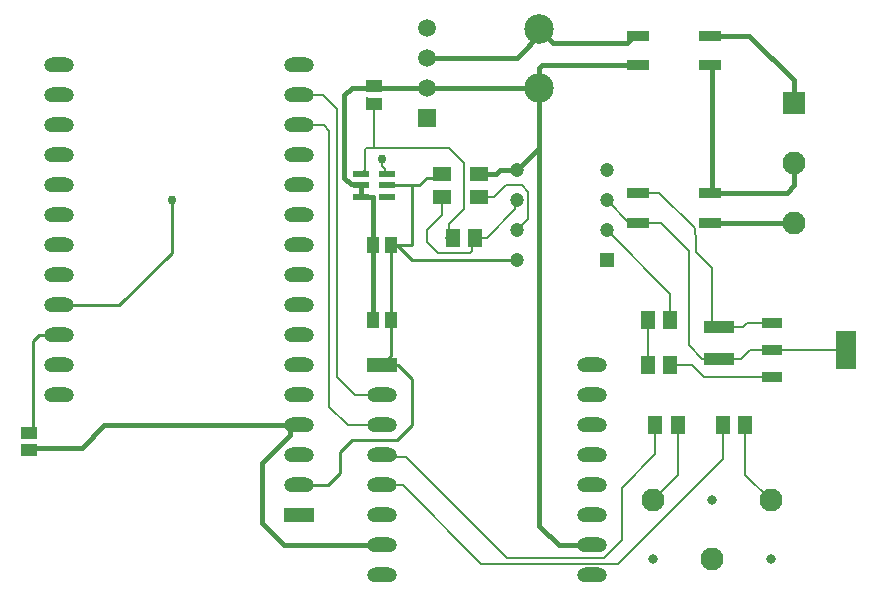
<source format=gtl>
G04*
G04 #@! TF.GenerationSoftware,Altium Limited,Altium Designer,22.5.1 (42)*
G04*
G04 Layer_Physical_Order=1*
G04 Layer_Color=255*
%FSLAX44Y44*%
%MOMM*%
G71*
G04*
G04 #@! TF.SameCoordinates,8346B9DA-9F02-4375-9B92-E9104D78EC3E*
G04*
G04*
G04 #@! TF.FilePolarity,Positive*
G04*
G01*
G75*
%ADD12C,0.2540*%
%ADD14C,0.2032*%
%ADD15R,1.8500X0.9500*%
%ADD16R,2.6000X1.1000*%
%ADD17R,1.1000X1.4000*%
%ADD18R,1.3000X1.5000*%
%ADD19R,1.7500X3.2000*%
%ADD20R,1.7500X0.9500*%
%ADD21R,1.4500X0.5500*%
%ADD22R,1.4500X0.5500*%
%ADD23R,1.4000X1.1000*%
%ADD24R,1.5000X1.3000*%
%ADD46C,0.3810*%
%ADD47C,1.2000*%
%ADD48R,1.2000X1.2000*%
%ADD49C,1.9500*%
%ADD50R,1.9500X1.9500*%
%ADD51C,0.8000*%
%ADD52R,1.5000X1.5000*%
%ADD53C,1.5000*%
%ADD54R,2.5400X1.2700*%
%ADD55O,2.5400X1.2700*%
%ADD56C,2.5000*%
%ADD57C,0.7620*%
D12*
X22352Y147659D02*
Y223520D01*
X95250Y254000D02*
X139700Y298450D01*
X44450Y254000D02*
X95250D01*
X139700Y298450D02*
Y342900D01*
X330200Y304800D02*
X342900Y292100D01*
X325000Y304800D02*
X330200D01*
X342900Y292100D02*
X431800D01*
X330200Y304800D02*
X342900D01*
Y355600D02*
X349250D01*
X342900Y304800D02*
Y355600D01*
X321900D02*
X342900D01*
X292354Y139700D02*
X330200D01*
X342900Y152400D01*
Y191770D01*
X282448Y129794D02*
X292354Y139700D01*
X331470Y203200D02*
X342900Y191770D01*
X325000Y241300D02*
Y304800D01*
X355600Y361950D02*
X361950D01*
X349250Y355600D02*
X355600Y361950D01*
X247650Y101600D02*
X272288D01*
X282448Y111760D01*
Y129794D01*
X317500Y203200D02*
X331470D01*
X325000Y210700D02*
Y241300D01*
X317500Y203200D02*
X325000Y210700D01*
X27432Y228600D02*
X44450D01*
X22352Y223520D02*
X27432Y228600D01*
D14*
X311150Y387350D02*
X374650D01*
X311150D02*
Y424300D01*
X304800Y387350D02*
X311150D01*
X374650D02*
X387350Y374650D01*
X374650Y322834D02*
X387350Y335534D01*
Y374650D01*
X304800Y424300D02*
Y430244D01*
X393700Y311150D02*
X406400D01*
X430609Y335359D01*
Y341709D01*
X596900Y240234D02*
Y285750D01*
X583946Y298704D02*
X596900Y285750D01*
X583946Y298704D02*
Y312736D01*
X577850Y219964D02*
Y300150D01*
X553950Y324050D02*
X577850Y300150D01*
Y219964D02*
X589064Y208750D01*
X582594Y314088D02*
Y319106D01*
Y314088D02*
X583946Y312736D01*
X534900Y349050D02*
X552650D01*
X582594Y319106D01*
X303650Y386200D02*
X304800Y387350D01*
X303650Y368350D02*
Y386200D01*
X319902Y365492D02*
X320294Y365100D01*
X319902Y365492D02*
Y369708D01*
X317500Y372110D02*
X319902Y369708D01*
X317500Y372110D02*
Y377952D01*
X505460Y39878D02*
X520700Y55118D01*
Y99568D01*
X549300Y128168D01*
X267970Y431800D02*
X279400Y420370D01*
Y193040D02*
X294640Y177800D01*
X279400Y193040D02*
Y420370D01*
X268478Y406400D02*
X273050Y401828D01*
Y168148D02*
X288798Y152400D01*
X273050Y168148D02*
Y401828D01*
X430609Y341709D02*
X431800Y342900D01*
X364784Y298450D02*
X392510D01*
X393700Y299640D02*
Y311150D01*
X392510Y298450D02*
X393700Y299640D01*
X374650Y313434D02*
Y322834D01*
X372366Y311150D02*
X374650Y313434D01*
X368300Y330200D02*
Y342900D01*
X596900Y240234D02*
X601384Y235750D01*
X623824D01*
X355600Y307634D02*
Y317500D01*
X368300Y330200D01*
X355600Y307634D02*
X364784Y298450D01*
X423672Y39878D02*
X505460D01*
X319319Y125181D02*
X338369D01*
X423672Y39878D01*
X317500Y127000D02*
X319319Y125181D01*
X626974Y238900D02*
X647950D01*
X623824Y235750D02*
X626974Y238900D01*
X647950Y215900D02*
X710950D01*
X628942D02*
X647950D01*
X621792Y208750D02*
X628942Y215900D01*
X603250Y208750D02*
X621792D01*
X589064D02*
X603250D01*
X526850Y324050D02*
X553950D01*
X508000Y342900D02*
X526850Y324050D01*
X649986D02*
X650186Y323850D01*
X300400Y365100D02*
X303650Y368350D01*
X590436Y192900D02*
X647950D01*
X580136Y203200D02*
X590436Y192900D01*
X561950Y203200D02*
X580136D01*
X542950D02*
Y241300D01*
X508000Y317500D02*
X561950Y263550D01*
Y241300D02*
Y263550D01*
X400050Y346100D02*
X413004D01*
X422504Y355600D01*
X436372D01*
X441706Y350266D01*
Y327406D02*
Y350266D01*
X431800Y317500D02*
X441706Y327406D01*
X625450Y110350D02*
Y152400D01*
Y110350D02*
X646900Y88900D01*
X568300Y110300D02*
Y152400D01*
X546900Y88900D02*
X568300Y110300D01*
X317500Y101600D02*
X335534D01*
X401828Y35306D01*
X517652D01*
X606450Y124104D01*
Y152400D01*
X549300Y128168D02*
Y152400D01*
X294640Y177800D02*
X317500D01*
X247650Y431800D02*
X267970D01*
X288798Y152400D02*
X317500D01*
X247650Y406400D02*
X268478D01*
X320294Y365100D02*
X321900D01*
D15*
X595400Y482400D02*
D03*
Y457400D02*
D03*
X534900D02*
D03*
Y482400D02*
D03*
Y349050D02*
D03*
Y324050D02*
D03*
X595400D02*
D03*
Y349050D02*
D03*
D16*
X603250Y235750D02*
D03*
Y208750D02*
D03*
D17*
X325000Y241300D02*
D03*
X310000D02*
D03*
X325000Y304800D02*
D03*
X310000D02*
D03*
D18*
X561950Y203200D02*
D03*
X542950D02*
D03*
X549300Y152400D02*
D03*
X568300D02*
D03*
X396850Y311150D02*
D03*
X377850D02*
D03*
X561950Y241300D02*
D03*
X542950D02*
D03*
X625450Y152400D02*
D03*
X606450D02*
D03*
D19*
X710950Y215900D02*
D03*
D20*
X647950Y192900D02*
D03*
Y215900D02*
D03*
Y238900D02*
D03*
D21*
X321900Y365100D02*
D03*
Y355600D02*
D03*
Y346100D02*
D03*
X300400D02*
D03*
Y355600D02*
D03*
D22*
X300400Y365100D02*
D03*
D23*
X19050Y146050D02*
D03*
Y131050D02*
D03*
X311150Y439300D02*
D03*
Y424300D02*
D03*
D24*
X368300Y365100D02*
D03*
Y346100D02*
D03*
X400050D02*
D03*
Y365100D02*
D03*
D46*
X312300Y438150D02*
X450596D01*
X311150Y439300D02*
X312300Y438150D01*
X450850D02*
Y455168D01*
Y387350D02*
Y438150D01*
X351905Y463550D02*
X431800D01*
X453498Y485248D01*
X530400Y482400D02*
X534900D01*
X527555Y479555D02*
X530400Y482400D01*
X462496Y476250D02*
X525323D01*
X527555Y478482D01*
Y479555D01*
X450850Y487896D02*
X462496Y476250D01*
X453082Y457400D02*
X534900D01*
X450850Y455168D02*
X453082Y457400D01*
X450850Y67310D02*
Y387350D01*
Y67310D02*
X467360Y50800D01*
X431800Y368300D02*
X450850Y387350D01*
X25400Y133350D02*
X63380D01*
X82430Y152400D01*
X243860D02*
X247650D01*
X239754Y148293D02*
X243860Y152400D01*
X215900Y120650D02*
X239754Y144504D01*
X215900Y69850D02*
Y120650D01*
X239754Y144504D02*
Y148293D01*
X82430Y152400D02*
X243860D01*
X292100Y438150D02*
X304800D01*
X285750Y431800D02*
X292100Y438150D01*
X285750Y361950D02*
Y431800D01*
X666750D02*
Y444500D01*
X595486Y349137D02*
X611832D01*
X596900Y349250D02*
Y458021D01*
X666750Y355600D02*
Y368300D01*
X611832Y349137D02*
X660286D01*
X666750Y355600D01*
Y323850D02*
X673100D01*
X650186D02*
X666750D01*
X285750Y361950D02*
X291255Y356445D01*
X299555D01*
X300400Y346100D02*
Y355600D01*
X299555Y356445D02*
X300400Y355600D01*
X234950Y50800D02*
X317500D01*
X215900Y69850D02*
X234950Y50800D01*
X467360D02*
X495300D01*
X310000Y241300D02*
Y304800D01*
X300400Y346100D02*
X310000D01*
Y304800D02*
Y346100D01*
X417474Y368300D02*
X431800D01*
X414274Y365100D02*
X417474Y368300D01*
X400050Y365100D02*
X414274D01*
X596900Y324050D02*
X649986D01*
X603250Y482400D02*
X628850D01*
X666750Y444500D01*
D47*
X431800Y292100D02*
D03*
Y317500D02*
D03*
Y342900D02*
D03*
Y368300D02*
D03*
X508000D02*
D03*
Y342900D02*
D03*
Y317500D02*
D03*
D48*
Y292100D02*
D03*
D49*
X666750Y323850D02*
D03*
Y374650D02*
D03*
X596900Y38900D02*
D03*
X646900Y88900D02*
D03*
X546900D02*
D03*
D50*
X666750Y425450D02*
D03*
D51*
X646900Y38900D02*
D03*
X546900D02*
D03*
X596900Y88900D02*
D03*
D52*
X355600Y412750D02*
D03*
D53*
Y438150D02*
D03*
Y463550D02*
D03*
Y488950D02*
D03*
D54*
X317500Y203200D02*
D03*
X247650Y76200D02*
D03*
D55*
X317500Y177800D02*
D03*
Y152400D02*
D03*
Y127000D02*
D03*
Y101600D02*
D03*
Y76200D02*
D03*
Y50800D02*
D03*
Y25400D02*
D03*
X495300Y203200D02*
D03*
Y177800D02*
D03*
Y152400D02*
D03*
Y127000D02*
D03*
Y101600D02*
D03*
Y76200D02*
D03*
Y50800D02*
D03*
Y25400D02*
D03*
X247650Y101600D02*
D03*
Y127000D02*
D03*
Y152400D02*
D03*
Y177800D02*
D03*
Y203200D02*
D03*
Y228600D02*
D03*
Y254000D02*
D03*
Y279400D02*
D03*
Y304800D02*
D03*
Y330200D02*
D03*
Y355600D02*
D03*
Y381000D02*
D03*
Y406400D02*
D03*
Y431800D02*
D03*
Y457200D02*
D03*
X44450Y177800D02*
D03*
Y203200D02*
D03*
Y228600D02*
D03*
Y254000D02*
D03*
Y279400D02*
D03*
Y304800D02*
D03*
Y330200D02*
D03*
Y355600D02*
D03*
Y381000D02*
D03*
Y406400D02*
D03*
Y431800D02*
D03*
Y457200D02*
D03*
D56*
X450850Y437896D02*
D03*
Y487896D02*
D03*
D57*
X139700Y342900D02*
D03*
X317500Y377952D02*
D03*
M02*

</source>
